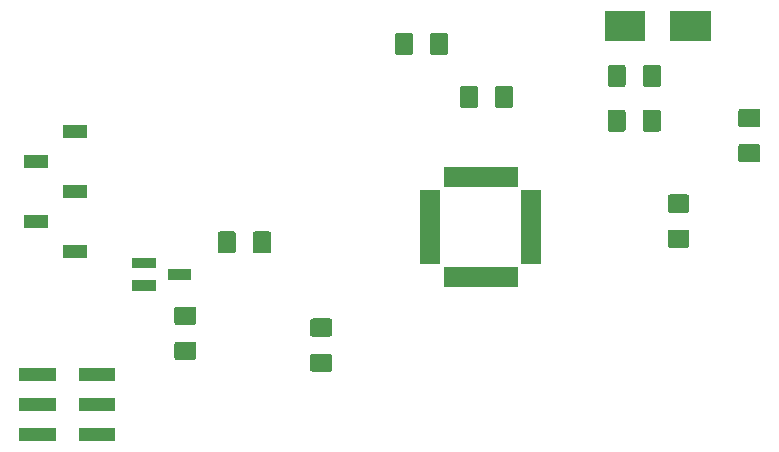
<source format=gbr>
G04 #@! TF.GenerationSoftware,KiCad,Pcbnew,(5.0.1-3-g963ef8bb5)*
G04 #@! TF.CreationDate,2019-03-19T08:35:04+01:00*
G04 #@! TF.ProjectId,capacitive-touch-demo,636170616369746976652D746F756368,3.0.0*
G04 #@! TF.SameCoordinates,Original*
G04 #@! TF.FileFunction,Soldermask,Bot*
G04 #@! TF.FilePolarity,Negative*
%FSLAX46Y46*%
G04 Gerber Fmt 4.6, Leading zero omitted, Abs format (unit mm)*
G04 Created by KiCad (PCBNEW (5.0.1-3-g963ef8bb5)) date 2019 March 19, Tuesday 08:35:04*
%MOMM*%
%LPD*%
G01*
G04 APERTURE LIST*
%ADD10C,0.100000*%
G04 APERTURE END LIST*
D10*
G36*
X93071000Y-81091000D02*
X89969000Y-81091000D01*
X89969000Y-79989000D01*
X93071000Y-79989000D01*
X93071000Y-81091000D01*
X93071000Y-81091000D01*
G37*
G36*
X88031000Y-81091000D02*
X84929000Y-81091000D01*
X84929000Y-79989000D01*
X88031000Y-79989000D01*
X88031000Y-81091000D01*
X88031000Y-81091000D01*
G37*
G36*
X93071000Y-78551000D02*
X89969000Y-78551000D01*
X89969000Y-77449000D01*
X93071000Y-77449000D01*
X93071000Y-78551000D01*
X93071000Y-78551000D01*
G37*
G36*
X88031000Y-78551000D02*
X84929000Y-78551000D01*
X84929000Y-77449000D01*
X88031000Y-77449000D01*
X88031000Y-78551000D01*
X88031000Y-78551000D01*
G37*
G36*
X93071000Y-76011000D02*
X89969000Y-76011000D01*
X89969000Y-74909000D01*
X93071000Y-74909000D01*
X93071000Y-76011000D01*
X93071000Y-76011000D01*
G37*
G36*
X88031000Y-76011000D02*
X84929000Y-76011000D01*
X84929000Y-74909000D01*
X88031000Y-74909000D01*
X88031000Y-76011000D01*
X88031000Y-76011000D01*
G37*
G36*
X111275562Y-73728181D02*
X111310477Y-73738773D01*
X111342665Y-73755978D01*
X111370873Y-73779127D01*
X111394022Y-73807335D01*
X111411227Y-73839523D01*
X111421819Y-73874438D01*
X111426000Y-73916895D01*
X111426000Y-75058105D01*
X111421819Y-75100562D01*
X111411227Y-75135477D01*
X111394022Y-75167665D01*
X111370873Y-75195873D01*
X111342665Y-75219022D01*
X111310477Y-75236227D01*
X111275562Y-75246819D01*
X111233105Y-75251000D01*
X109766895Y-75251000D01*
X109724438Y-75246819D01*
X109689523Y-75236227D01*
X109657335Y-75219022D01*
X109629127Y-75195873D01*
X109605978Y-75167665D01*
X109588773Y-75135477D01*
X109578181Y-75100562D01*
X109574000Y-75058105D01*
X109574000Y-73916895D01*
X109578181Y-73874438D01*
X109588773Y-73839523D01*
X109605978Y-73807335D01*
X109629127Y-73779127D01*
X109657335Y-73755978D01*
X109689523Y-73738773D01*
X109724438Y-73728181D01*
X109766895Y-73724000D01*
X111233105Y-73724000D01*
X111275562Y-73728181D01*
X111275562Y-73728181D01*
G37*
G36*
X99775562Y-72728181D02*
X99810477Y-72738773D01*
X99842665Y-72755978D01*
X99870873Y-72779127D01*
X99894022Y-72807335D01*
X99911227Y-72839523D01*
X99921819Y-72874438D01*
X99926000Y-72916895D01*
X99926000Y-74058105D01*
X99921819Y-74100562D01*
X99911227Y-74135477D01*
X99894022Y-74167665D01*
X99870873Y-74195873D01*
X99842665Y-74219022D01*
X99810477Y-74236227D01*
X99775562Y-74246819D01*
X99733105Y-74251000D01*
X98266895Y-74251000D01*
X98224438Y-74246819D01*
X98189523Y-74236227D01*
X98157335Y-74219022D01*
X98129127Y-74195873D01*
X98105978Y-74167665D01*
X98088773Y-74135477D01*
X98078181Y-74100562D01*
X98074000Y-74058105D01*
X98074000Y-72916895D01*
X98078181Y-72874438D01*
X98088773Y-72839523D01*
X98105978Y-72807335D01*
X98129127Y-72779127D01*
X98157335Y-72755978D01*
X98189523Y-72738773D01*
X98224438Y-72728181D01*
X98266895Y-72724000D01*
X99733105Y-72724000D01*
X99775562Y-72728181D01*
X99775562Y-72728181D01*
G37*
G36*
X111275562Y-70753181D02*
X111310477Y-70763773D01*
X111342665Y-70780978D01*
X111370873Y-70804127D01*
X111394022Y-70832335D01*
X111411227Y-70864523D01*
X111421819Y-70899438D01*
X111426000Y-70941895D01*
X111426000Y-72083105D01*
X111421819Y-72125562D01*
X111411227Y-72160477D01*
X111394022Y-72192665D01*
X111370873Y-72220873D01*
X111342665Y-72244022D01*
X111310477Y-72261227D01*
X111275562Y-72271819D01*
X111233105Y-72276000D01*
X109766895Y-72276000D01*
X109724438Y-72271819D01*
X109689523Y-72261227D01*
X109657335Y-72244022D01*
X109629127Y-72220873D01*
X109605978Y-72192665D01*
X109588773Y-72160477D01*
X109578181Y-72125562D01*
X109574000Y-72083105D01*
X109574000Y-70941895D01*
X109578181Y-70899438D01*
X109588773Y-70864523D01*
X109605978Y-70832335D01*
X109629127Y-70804127D01*
X109657335Y-70780978D01*
X109689523Y-70763773D01*
X109724438Y-70753181D01*
X109766895Y-70749000D01*
X111233105Y-70749000D01*
X111275562Y-70753181D01*
X111275562Y-70753181D01*
G37*
G36*
X99775562Y-69753181D02*
X99810477Y-69763773D01*
X99842665Y-69780978D01*
X99870873Y-69804127D01*
X99894022Y-69832335D01*
X99911227Y-69864523D01*
X99921819Y-69899438D01*
X99926000Y-69941895D01*
X99926000Y-71083105D01*
X99921819Y-71125562D01*
X99911227Y-71160477D01*
X99894022Y-71192665D01*
X99870873Y-71220873D01*
X99842665Y-71244022D01*
X99810477Y-71261227D01*
X99775562Y-71271819D01*
X99733105Y-71276000D01*
X98266895Y-71276000D01*
X98224438Y-71271819D01*
X98189523Y-71261227D01*
X98157335Y-71244022D01*
X98129127Y-71220873D01*
X98105978Y-71192665D01*
X98088773Y-71160477D01*
X98078181Y-71125562D01*
X98074000Y-71083105D01*
X98074000Y-69941895D01*
X98078181Y-69899438D01*
X98088773Y-69864523D01*
X98105978Y-69832335D01*
X98129127Y-69804127D01*
X98157335Y-69780978D01*
X98189523Y-69763773D01*
X98224438Y-69753181D01*
X98266895Y-69749000D01*
X99733105Y-69749000D01*
X99775562Y-69753181D01*
X99775562Y-69753181D01*
G37*
G36*
X96501000Y-68401000D02*
X94499000Y-68401000D01*
X94499000Y-67499000D01*
X96501000Y-67499000D01*
X96501000Y-68401000D01*
X96501000Y-68401000D01*
G37*
G36*
X127126000Y-68101000D02*
X120874000Y-68101000D01*
X120874000Y-66399000D01*
X127126000Y-66399000D01*
X127126000Y-68101000D01*
X127126000Y-68101000D01*
G37*
G36*
X99501000Y-67451000D02*
X97499000Y-67451000D01*
X97499000Y-66549000D01*
X99501000Y-66549000D01*
X99501000Y-67451000D01*
X99501000Y-67451000D01*
G37*
G36*
X96501000Y-66501000D02*
X94499000Y-66501000D01*
X94499000Y-65599000D01*
X96501000Y-65599000D01*
X96501000Y-66501000D01*
X96501000Y-66501000D01*
G37*
G36*
X129101000Y-66126000D02*
X127399000Y-66126000D01*
X127399000Y-59874000D01*
X129101000Y-59874000D01*
X129101000Y-66126000D01*
X129101000Y-66126000D01*
G37*
G36*
X120601000Y-66126000D02*
X118899000Y-66126000D01*
X118899000Y-59874000D01*
X120601000Y-59874000D01*
X120601000Y-66126000D01*
X120601000Y-66126000D01*
G37*
G36*
X90651000Y-65631000D02*
X88649000Y-65631000D01*
X88649000Y-64529000D01*
X90651000Y-64529000D01*
X90651000Y-65631000D01*
X90651000Y-65631000D01*
G37*
G36*
X106100562Y-63378181D02*
X106135477Y-63388773D01*
X106167665Y-63405978D01*
X106195873Y-63429127D01*
X106219022Y-63457335D01*
X106236227Y-63489523D01*
X106246819Y-63524438D01*
X106251000Y-63566895D01*
X106251000Y-65033105D01*
X106246819Y-65075562D01*
X106236227Y-65110477D01*
X106219022Y-65142665D01*
X106195873Y-65170873D01*
X106167665Y-65194022D01*
X106135477Y-65211227D01*
X106100562Y-65221819D01*
X106058105Y-65226000D01*
X104916895Y-65226000D01*
X104874438Y-65221819D01*
X104839523Y-65211227D01*
X104807335Y-65194022D01*
X104779127Y-65170873D01*
X104755978Y-65142665D01*
X104738773Y-65110477D01*
X104728181Y-65075562D01*
X104724000Y-65033105D01*
X104724000Y-63566895D01*
X104728181Y-63524438D01*
X104738773Y-63489523D01*
X104755978Y-63457335D01*
X104779127Y-63429127D01*
X104807335Y-63405978D01*
X104839523Y-63388773D01*
X104874438Y-63378181D01*
X104916895Y-63374000D01*
X106058105Y-63374000D01*
X106100562Y-63378181D01*
X106100562Y-63378181D01*
G37*
G36*
X103125562Y-63378181D02*
X103160477Y-63388773D01*
X103192665Y-63405978D01*
X103220873Y-63429127D01*
X103244022Y-63457335D01*
X103261227Y-63489523D01*
X103271819Y-63524438D01*
X103276000Y-63566895D01*
X103276000Y-65033105D01*
X103271819Y-65075562D01*
X103261227Y-65110477D01*
X103244022Y-65142665D01*
X103220873Y-65170873D01*
X103192665Y-65194022D01*
X103160477Y-65211227D01*
X103125562Y-65221819D01*
X103083105Y-65226000D01*
X101941895Y-65226000D01*
X101899438Y-65221819D01*
X101864523Y-65211227D01*
X101832335Y-65194022D01*
X101804127Y-65170873D01*
X101780978Y-65142665D01*
X101763773Y-65110477D01*
X101753181Y-65075562D01*
X101749000Y-65033105D01*
X101749000Y-63566895D01*
X101753181Y-63524438D01*
X101763773Y-63489523D01*
X101780978Y-63457335D01*
X101804127Y-63429127D01*
X101832335Y-63405978D01*
X101864523Y-63388773D01*
X101899438Y-63378181D01*
X101941895Y-63374000D01*
X103083105Y-63374000D01*
X103125562Y-63378181D01*
X103125562Y-63378181D01*
G37*
G36*
X141525562Y-63228181D02*
X141560477Y-63238773D01*
X141592665Y-63255978D01*
X141620873Y-63279127D01*
X141644022Y-63307335D01*
X141661227Y-63339523D01*
X141671819Y-63374438D01*
X141676000Y-63416895D01*
X141676000Y-64558105D01*
X141671819Y-64600562D01*
X141661227Y-64635477D01*
X141644022Y-64667665D01*
X141620873Y-64695873D01*
X141592665Y-64719022D01*
X141560477Y-64736227D01*
X141525562Y-64746819D01*
X141483105Y-64751000D01*
X140016895Y-64751000D01*
X139974438Y-64746819D01*
X139939523Y-64736227D01*
X139907335Y-64719022D01*
X139879127Y-64695873D01*
X139855978Y-64667665D01*
X139838773Y-64635477D01*
X139828181Y-64600562D01*
X139824000Y-64558105D01*
X139824000Y-63416895D01*
X139828181Y-63374438D01*
X139838773Y-63339523D01*
X139855978Y-63307335D01*
X139879127Y-63279127D01*
X139907335Y-63255978D01*
X139939523Y-63238773D01*
X139974438Y-63228181D01*
X140016895Y-63224000D01*
X141483105Y-63224000D01*
X141525562Y-63228181D01*
X141525562Y-63228181D01*
G37*
G36*
X87351000Y-63091000D02*
X85349000Y-63091000D01*
X85349000Y-61989000D01*
X87351000Y-61989000D01*
X87351000Y-63091000D01*
X87351000Y-63091000D01*
G37*
G36*
X141525562Y-60253181D02*
X141560477Y-60263773D01*
X141592665Y-60280978D01*
X141620873Y-60304127D01*
X141644022Y-60332335D01*
X141661227Y-60364523D01*
X141671819Y-60399438D01*
X141676000Y-60441895D01*
X141676000Y-61583105D01*
X141671819Y-61625562D01*
X141661227Y-61660477D01*
X141644022Y-61692665D01*
X141620873Y-61720873D01*
X141592665Y-61744022D01*
X141560477Y-61761227D01*
X141525562Y-61771819D01*
X141483105Y-61776000D01*
X140016895Y-61776000D01*
X139974438Y-61771819D01*
X139939523Y-61761227D01*
X139907335Y-61744022D01*
X139879127Y-61720873D01*
X139855978Y-61692665D01*
X139838773Y-61660477D01*
X139828181Y-61625562D01*
X139824000Y-61583105D01*
X139824000Y-60441895D01*
X139828181Y-60399438D01*
X139838773Y-60364523D01*
X139855978Y-60332335D01*
X139879127Y-60304127D01*
X139907335Y-60280978D01*
X139939523Y-60263773D01*
X139974438Y-60253181D01*
X140016895Y-60249000D01*
X141483105Y-60249000D01*
X141525562Y-60253181D01*
X141525562Y-60253181D01*
G37*
G36*
X90651000Y-60551000D02*
X88649000Y-60551000D01*
X88649000Y-59449000D01*
X90651000Y-59449000D01*
X90651000Y-60551000D01*
X90651000Y-60551000D01*
G37*
G36*
X127126000Y-59601000D02*
X120874000Y-59601000D01*
X120874000Y-57899000D01*
X127126000Y-57899000D01*
X127126000Y-59601000D01*
X127126000Y-59601000D01*
G37*
G36*
X87351000Y-58011000D02*
X85349000Y-58011000D01*
X85349000Y-56909000D01*
X87351000Y-56909000D01*
X87351000Y-58011000D01*
X87351000Y-58011000D01*
G37*
G36*
X147525562Y-55978181D02*
X147560477Y-55988773D01*
X147592665Y-56005978D01*
X147620873Y-56029127D01*
X147644022Y-56057335D01*
X147661227Y-56089523D01*
X147671819Y-56124438D01*
X147676000Y-56166895D01*
X147676000Y-57308105D01*
X147671819Y-57350562D01*
X147661227Y-57385477D01*
X147644022Y-57417665D01*
X147620873Y-57445873D01*
X147592665Y-57469022D01*
X147560477Y-57486227D01*
X147525562Y-57496819D01*
X147483105Y-57501000D01*
X146016895Y-57501000D01*
X145974438Y-57496819D01*
X145939523Y-57486227D01*
X145907335Y-57469022D01*
X145879127Y-57445873D01*
X145855978Y-57417665D01*
X145838773Y-57385477D01*
X145828181Y-57350562D01*
X145824000Y-57308105D01*
X145824000Y-56166895D01*
X145828181Y-56124438D01*
X145838773Y-56089523D01*
X145855978Y-56057335D01*
X145879127Y-56029127D01*
X145907335Y-56005978D01*
X145939523Y-55988773D01*
X145974438Y-55978181D01*
X146016895Y-55974000D01*
X147483105Y-55974000D01*
X147525562Y-55978181D01*
X147525562Y-55978181D01*
G37*
G36*
X90651000Y-55471000D02*
X88649000Y-55471000D01*
X88649000Y-54369000D01*
X90651000Y-54369000D01*
X90651000Y-55471000D01*
X90651000Y-55471000D01*
G37*
G36*
X139100562Y-53078181D02*
X139135477Y-53088773D01*
X139167665Y-53105978D01*
X139195873Y-53129127D01*
X139219022Y-53157335D01*
X139236227Y-53189523D01*
X139246819Y-53224438D01*
X139251000Y-53266895D01*
X139251000Y-54733105D01*
X139246819Y-54775562D01*
X139236227Y-54810477D01*
X139219022Y-54842665D01*
X139195873Y-54870873D01*
X139167665Y-54894022D01*
X139135477Y-54911227D01*
X139100562Y-54921819D01*
X139058105Y-54926000D01*
X137916895Y-54926000D01*
X137874438Y-54921819D01*
X137839523Y-54911227D01*
X137807335Y-54894022D01*
X137779127Y-54870873D01*
X137755978Y-54842665D01*
X137738773Y-54810477D01*
X137728181Y-54775562D01*
X137724000Y-54733105D01*
X137724000Y-53266895D01*
X137728181Y-53224438D01*
X137738773Y-53189523D01*
X137755978Y-53157335D01*
X137779127Y-53129127D01*
X137807335Y-53105978D01*
X137839523Y-53088773D01*
X137874438Y-53078181D01*
X137916895Y-53074000D01*
X139058105Y-53074000D01*
X139100562Y-53078181D01*
X139100562Y-53078181D01*
G37*
G36*
X136125562Y-53078181D02*
X136160477Y-53088773D01*
X136192665Y-53105978D01*
X136220873Y-53129127D01*
X136244022Y-53157335D01*
X136261227Y-53189523D01*
X136271819Y-53224438D01*
X136276000Y-53266895D01*
X136276000Y-54733105D01*
X136271819Y-54775562D01*
X136261227Y-54810477D01*
X136244022Y-54842665D01*
X136220873Y-54870873D01*
X136192665Y-54894022D01*
X136160477Y-54911227D01*
X136125562Y-54921819D01*
X136083105Y-54926000D01*
X134941895Y-54926000D01*
X134899438Y-54921819D01*
X134864523Y-54911227D01*
X134832335Y-54894022D01*
X134804127Y-54870873D01*
X134780978Y-54842665D01*
X134763773Y-54810477D01*
X134753181Y-54775562D01*
X134749000Y-54733105D01*
X134749000Y-53266895D01*
X134753181Y-53224438D01*
X134763773Y-53189523D01*
X134780978Y-53157335D01*
X134804127Y-53129127D01*
X134832335Y-53105978D01*
X134864523Y-53088773D01*
X134899438Y-53078181D01*
X134941895Y-53074000D01*
X136083105Y-53074000D01*
X136125562Y-53078181D01*
X136125562Y-53078181D01*
G37*
G36*
X147525562Y-53003181D02*
X147560477Y-53013773D01*
X147592665Y-53030978D01*
X147620873Y-53054127D01*
X147644022Y-53082335D01*
X147661227Y-53114523D01*
X147671819Y-53149438D01*
X147676000Y-53191895D01*
X147676000Y-54333105D01*
X147671819Y-54375562D01*
X147661227Y-54410477D01*
X147644022Y-54442665D01*
X147620873Y-54470873D01*
X147592665Y-54494022D01*
X147560477Y-54511227D01*
X147525562Y-54521819D01*
X147483105Y-54526000D01*
X146016895Y-54526000D01*
X145974438Y-54521819D01*
X145939523Y-54511227D01*
X145907335Y-54494022D01*
X145879127Y-54470873D01*
X145855978Y-54442665D01*
X145838773Y-54410477D01*
X145828181Y-54375562D01*
X145824000Y-54333105D01*
X145824000Y-53191895D01*
X145828181Y-53149438D01*
X145838773Y-53114523D01*
X145855978Y-53082335D01*
X145879127Y-53054127D01*
X145907335Y-53030978D01*
X145939523Y-53013773D01*
X145974438Y-53003181D01*
X146016895Y-52999000D01*
X147483105Y-52999000D01*
X147525562Y-53003181D01*
X147525562Y-53003181D01*
G37*
G36*
X126600562Y-51078181D02*
X126635477Y-51088773D01*
X126667665Y-51105978D01*
X126695873Y-51129127D01*
X126719022Y-51157335D01*
X126736227Y-51189523D01*
X126746819Y-51224438D01*
X126751000Y-51266895D01*
X126751000Y-52733105D01*
X126746819Y-52775562D01*
X126736227Y-52810477D01*
X126719022Y-52842665D01*
X126695873Y-52870873D01*
X126667665Y-52894022D01*
X126635477Y-52911227D01*
X126600562Y-52921819D01*
X126558105Y-52926000D01*
X125416895Y-52926000D01*
X125374438Y-52921819D01*
X125339523Y-52911227D01*
X125307335Y-52894022D01*
X125279127Y-52870873D01*
X125255978Y-52842665D01*
X125238773Y-52810477D01*
X125228181Y-52775562D01*
X125224000Y-52733105D01*
X125224000Y-51266895D01*
X125228181Y-51224438D01*
X125238773Y-51189523D01*
X125255978Y-51157335D01*
X125279127Y-51129127D01*
X125307335Y-51105978D01*
X125339523Y-51088773D01*
X125374438Y-51078181D01*
X125416895Y-51074000D01*
X126558105Y-51074000D01*
X126600562Y-51078181D01*
X126600562Y-51078181D01*
G37*
G36*
X123625562Y-51078181D02*
X123660477Y-51088773D01*
X123692665Y-51105978D01*
X123720873Y-51129127D01*
X123744022Y-51157335D01*
X123761227Y-51189523D01*
X123771819Y-51224438D01*
X123776000Y-51266895D01*
X123776000Y-52733105D01*
X123771819Y-52775562D01*
X123761227Y-52810477D01*
X123744022Y-52842665D01*
X123720873Y-52870873D01*
X123692665Y-52894022D01*
X123660477Y-52911227D01*
X123625562Y-52921819D01*
X123583105Y-52926000D01*
X122441895Y-52926000D01*
X122399438Y-52921819D01*
X122364523Y-52911227D01*
X122332335Y-52894022D01*
X122304127Y-52870873D01*
X122280978Y-52842665D01*
X122263773Y-52810477D01*
X122253181Y-52775562D01*
X122249000Y-52733105D01*
X122249000Y-51266895D01*
X122253181Y-51224438D01*
X122263773Y-51189523D01*
X122280978Y-51157335D01*
X122304127Y-51129127D01*
X122332335Y-51105978D01*
X122364523Y-51088773D01*
X122399438Y-51078181D01*
X122441895Y-51074000D01*
X123583105Y-51074000D01*
X123625562Y-51078181D01*
X123625562Y-51078181D01*
G37*
G36*
X139100562Y-49278181D02*
X139135477Y-49288773D01*
X139167665Y-49305978D01*
X139195873Y-49329127D01*
X139219022Y-49357335D01*
X139236227Y-49389523D01*
X139246819Y-49424438D01*
X139251000Y-49466895D01*
X139251000Y-50933105D01*
X139246819Y-50975562D01*
X139236227Y-51010477D01*
X139219022Y-51042665D01*
X139195873Y-51070873D01*
X139167665Y-51094022D01*
X139135477Y-51111227D01*
X139100562Y-51121819D01*
X139058105Y-51126000D01*
X137916895Y-51126000D01*
X137874438Y-51121819D01*
X137839523Y-51111227D01*
X137807335Y-51094022D01*
X137779127Y-51070873D01*
X137755978Y-51042665D01*
X137738773Y-51010477D01*
X137728181Y-50975562D01*
X137724000Y-50933105D01*
X137724000Y-49466895D01*
X137728181Y-49424438D01*
X137738773Y-49389523D01*
X137755978Y-49357335D01*
X137779127Y-49329127D01*
X137807335Y-49305978D01*
X137839523Y-49288773D01*
X137874438Y-49278181D01*
X137916895Y-49274000D01*
X139058105Y-49274000D01*
X139100562Y-49278181D01*
X139100562Y-49278181D01*
G37*
G36*
X136125562Y-49278181D02*
X136160477Y-49288773D01*
X136192665Y-49305978D01*
X136220873Y-49329127D01*
X136244022Y-49357335D01*
X136261227Y-49389523D01*
X136271819Y-49424438D01*
X136276000Y-49466895D01*
X136276000Y-50933105D01*
X136271819Y-50975562D01*
X136261227Y-51010477D01*
X136244022Y-51042665D01*
X136220873Y-51070873D01*
X136192665Y-51094022D01*
X136160477Y-51111227D01*
X136125562Y-51121819D01*
X136083105Y-51126000D01*
X134941895Y-51126000D01*
X134899438Y-51121819D01*
X134864523Y-51111227D01*
X134832335Y-51094022D01*
X134804127Y-51070873D01*
X134780978Y-51042665D01*
X134763773Y-51010477D01*
X134753181Y-50975562D01*
X134749000Y-50933105D01*
X134749000Y-49466895D01*
X134753181Y-49424438D01*
X134763773Y-49389523D01*
X134780978Y-49357335D01*
X134804127Y-49329127D01*
X134832335Y-49305978D01*
X134864523Y-49288773D01*
X134899438Y-49278181D01*
X134941895Y-49274000D01*
X136083105Y-49274000D01*
X136125562Y-49278181D01*
X136125562Y-49278181D01*
G37*
G36*
X121100562Y-46578181D02*
X121135477Y-46588773D01*
X121167665Y-46605978D01*
X121195873Y-46629127D01*
X121219022Y-46657335D01*
X121236227Y-46689523D01*
X121246819Y-46724438D01*
X121251000Y-46766895D01*
X121251000Y-48233105D01*
X121246819Y-48275562D01*
X121236227Y-48310477D01*
X121219022Y-48342665D01*
X121195873Y-48370873D01*
X121167665Y-48394022D01*
X121135477Y-48411227D01*
X121100562Y-48421819D01*
X121058105Y-48426000D01*
X119916895Y-48426000D01*
X119874438Y-48421819D01*
X119839523Y-48411227D01*
X119807335Y-48394022D01*
X119779127Y-48370873D01*
X119755978Y-48342665D01*
X119738773Y-48310477D01*
X119728181Y-48275562D01*
X119724000Y-48233105D01*
X119724000Y-46766895D01*
X119728181Y-46724438D01*
X119738773Y-46689523D01*
X119755978Y-46657335D01*
X119779127Y-46629127D01*
X119807335Y-46605978D01*
X119839523Y-46588773D01*
X119874438Y-46578181D01*
X119916895Y-46574000D01*
X121058105Y-46574000D01*
X121100562Y-46578181D01*
X121100562Y-46578181D01*
G37*
G36*
X118125562Y-46578181D02*
X118160477Y-46588773D01*
X118192665Y-46605978D01*
X118220873Y-46629127D01*
X118244022Y-46657335D01*
X118261227Y-46689523D01*
X118271819Y-46724438D01*
X118276000Y-46766895D01*
X118276000Y-48233105D01*
X118271819Y-48275562D01*
X118261227Y-48310477D01*
X118244022Y-48342665D01*
X118220873Y-48370873D01*
X118192665Y-48394022D01*
X118160477Y-48411227D01*
X118125562Y-48421819D01*
X118083105Y-48426000D01*
X116941895Y-48426000D01*
X116899438Y-48421819D01*
X116864523Y-48411227D01*
X116832335Y-48394022D01*
X116804127Y-48370873D01*
X116780978Y-48342665D01*
X116763773Y-48310477D01*
X116753181Y-48275562D01*
X116749000Y-48233105D01*
X116749000Y-46766895D01*
X116753181Y-46724438D01*
X116763773Y-46689523D01*
X116780978Y-46657335D01*
X116804127Y-46629127D01*
X116832335Y-46605978D01*
X116864523Y-46588773D01*
X116899438Y-46578181D01*
X116941895Y-46574000D01*
X118083105Y-46574000D01*
X118125562Y-46578181D01*
X118125562Y-46578181D01*
G37*
G36*
X137951000Y-47251000D02*
X134524000Y-47251000D01*
X134524000Y-44749000D01*
X137951000Y-44749000D01*
X137951000Y-47251000D01*
X137951000Y-47251000D01*
G37*
G36*
X143476000Y-47251000D02*
X140049000Y-47251000D01*
X140049000Y-44749000D01*
X143476000Y-44749000D01*
X143476000Y-47251000D01*
X143476000Y-47251000D01*
G37*
M02*

</source>
